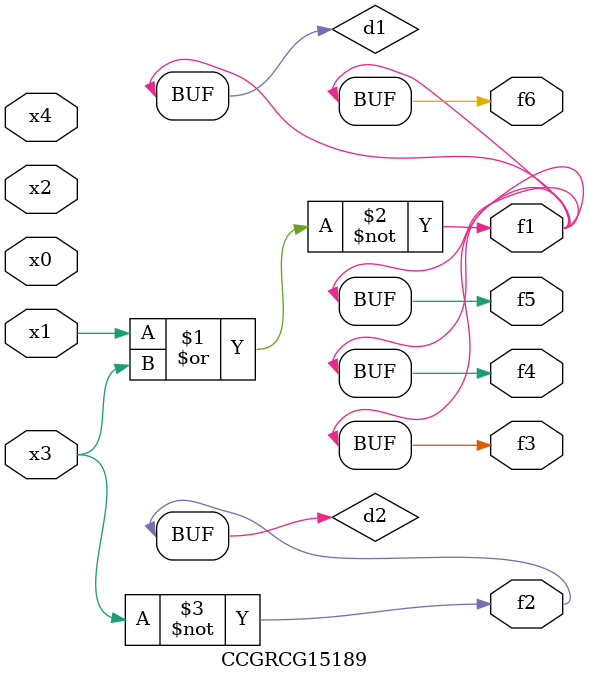
<source format=v>
module CCGRCG15189(
	input x0, x1, x2, x3, x4,
	output f1, f2, f3, f4, f5, f6
);

	wire d1, d2;

	nor (d1, x1, x3);
	not (d2, x3);
	assign f1 = d1;
	assign f2 = d2;
	assign f3 = d1;
	assign f4 = d1;
	assign f5 = d1;
	assign f6 = d1;
endmodule

</source>
